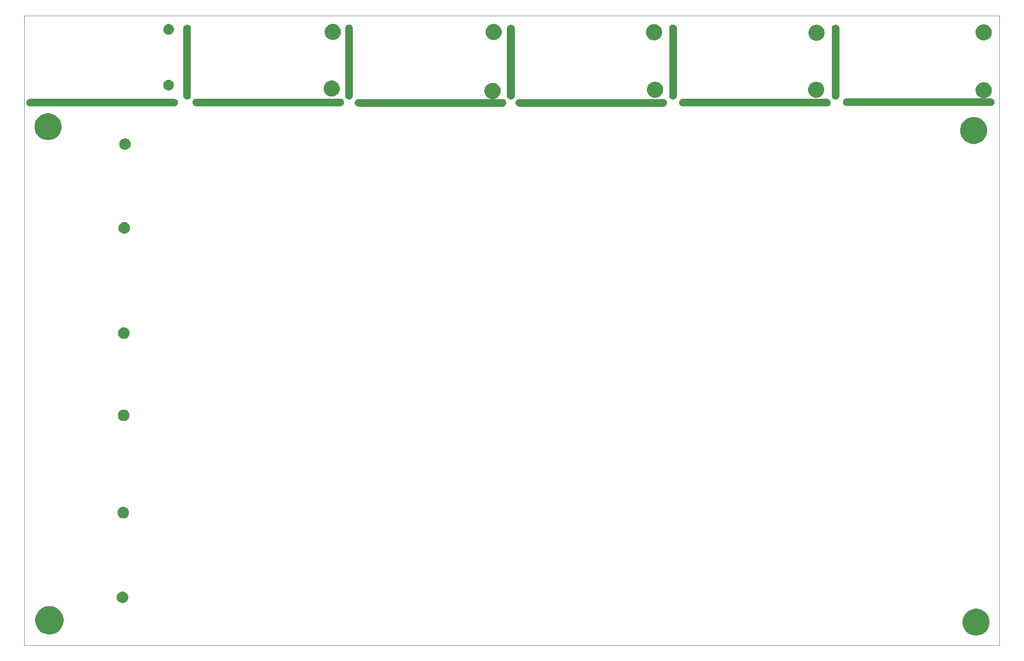
<source format=gbr>
%TF.GenerationSoftware,Altium Limited,Altium Designer,21.6.4 (81)*%
G04 Layer_Color=0*
%FSLAX45Y45*%
%MOMM*%
%TF.SameCoordinates,3325C277-0099-4954-8EFE-43F743DDDD4B*%
%TF.FilePolarity,Positive*%
%TF.FileFunction,Profile,NP*%
%TF.Part,Single*%
G01*
G75*
%TA.AperFunction,Profile*%
%ADD94C,0.02540*%
G36*
X21642786Y16054134D02*
X24356059Y16054134D01*
X24365581D01*
X24383975Y16059062D01*
X24400467Y16068584D01*
X24413933Y16082050D01*
X24423454Y16098541D01*
X24428383Y16116934D01*
Y16135979D01*
X24423454Y16154372D01*
X24413933Y16170863D01*
X24400467Y16184329D01*
X24383975Y16193851D01*
X24365581Y16198779D01*
X24356059D01*
Y16198779D01*
X21643013Y16198772D01*
X21633482Y16198802D01*
X21615057Y16193922D01*
X21598524Y16184435D01*
X21585014Y16170988D01*
X21575449Y16154501D01*
X21570480Y16136098D01*
X21570451Y16117036D01*
X21575362Y16098618D01*
X21584874Y16082100D01*
X21598341Y16068613D01*
X21614845Y16059071D01*
X21633255Y16054134D01*
X21642786Y16054134D01*
D01*
D02*
G37*
G36*
X18554146Y16043974D02*
X21267419Y16043973D01*
X21276941D01*
X21295335Y16048901D01*
X21311827Y16058423D01*
X21325293Y16071889D01*
X21334814Y16088380D01*
X21339743Y16106773D01*
Y16125818D01*
X21334814Y16144212D01*
X21325293Y16160704D01*
X21311827Y16174168D01*
X21295335Y16183690D01*
X21276941Y16188618D01*
X21267419D01*
Y16188618D01*
X18554373Y16188612D01*
X18544843Y16188641D01*
X18526418Y16183762D01*
X18509885Y16174275D01*
X18496375Y16160828D01*
X18486809Y16144341D01*
X18481841Y16125938D01*
X18481812Y16106876D01*
X18486720Y16088458D01*
X18496234Y16071941D01*
X18509702Y16058450D01*
X18526205Y16048912D01*
X18544615Y16043974D01*
X18554146Y16043974D01*
D01*
D02*
G37*
G36*
X15468047Y16041434D02*
X18181320Y16041434D01*
X18190842D01*
X18209235Y16046362D01*
X18225726Y16055882D01*
X18239194Y16069350D01*
X18248714Y16085841D01*
X18253642Y16104234D01*
Y16123277D01*
X18248714Y16141672D01*
X18239194Y16158163D01*
X18225726Y16171629D01*
X18209235Y16181149D01*
X18190842Y16186079D01*
X18181320D01*
Y16186079D01*
X15468272Y16186072D01*
X15458743Y16186102D01*
X15440317Y16181223D01*
X15423784Y16171735D01*
X15410274Y16158289D01*
X15400710Y16141801D01*
X15395741Y16123398D01*
X15395711Y16104337D01*
X15400621Y16085918D01*
X15410133Y16069400D01*
X15423602Y16055911D01*
X15440105Y16046371D01*
X15458514Y16041434D01*
X15468047Y16041434D01*
D01*
D02*
G37*
G36*
X12437826D02*
X15151100Y16041434D01*
X15160622D01*
X15179015Y16046362D01*
X15195506Y16055882D01*
X15208974Y16069350D01*
X15218494Y16085841D01*
X15223422Y16104234D01*
Y16123277D01*
X15218494Y16141672D01*
X15208974Y16158163D01*
X15195506Y16171629D01*
X15179015Y16181149D01*
X15160622Y16186079D01*
X15151100D01*
Y16186079D01*
X12438053Y16186072D01*
X12428523Y16186102D01*
X12410097Y16181223D01*
X12393564Y16171735D01*
X12380054Y16158289D01*
X12370489Y16141801D01*
X12365521Y16123398D01*
X12365491Y16104337D01*
X12370401Y16085918D01*
X12379914Y16069400D01*
X12393382Y16055911D01*
X12409885Y16046371D01*
X12428295Y16041434D01*
X12437826Y16041434D01*
D01*
D02*
G37*
G36*
X9374586Y16049054D02*
X12087860Y16049052D01*
X12097381D01*
X12115775Y16053983D01*
X12132267Y16063503D01*
X12145733Y16076968D01*
X12155254Y16093462D01*
X12160183Y16111855D01*
Y16130898D01*
X12155254Y16149292D01*
X12145733Y16165784D01*
X12132267Y16179250D01*
X12115775Y16188770D01*
X12097381Y16193700D01*
X12087860D01*
Y16193700D01*
X9374813Y16193692D01*
X9365283Y16193723D01*
X9346857Y16188841D01*
X9330324Y16179355D01*
X9316814Y16165907D01*
X9307249Y16149422D01*
X9302281Y16131018D01*
X9302251Y16111955D01*
X9307161Y16093538D01*
X9316674Y16077020D01*
X9330142Y16063531D01*
X9346645Y16053992D01*
X9365055Y16049054D01*
X9374586Y16049054D01*
D01*
D02*
G37*
G36*
X8854440Y17400600D02*
X8844591D01*
X8825271Y17404443D01*
X8807072Y17411981D01*
X8790694Y17422925D01*
X8776765Y17436855D01*
X8765821Y17453232D01*
X8758283Y17471431D01*
X8754440Y17490752D01*
Y17500600D01*
Y17510449D01*
X8758283Y17529768D01*
X8765821Y17547968D01*
X8776765Y17564346D01*
X8790694Y17578275D01*
X8807072Y17589220D01*
X8825271Y17596758D01*
X8844591Y17600600D01*
X8854440D01*
X8864289D01*
X8883609Y17596758D01*
X8901808Y17589220D01*
X8918186Y17578275D01*
X8932115Y17564346D01*
X8943059Y17547968D01*
X8950597Y17529768D01*
X8954440Y17510449D01*
Y17500600D01*
Y17490752D01*
X8950597Y17471431D01*
X8943059Y17453232D01*
X8932115Y17436855D01*
X8918186Y17422925D01*
X8901808Y17411981D01*
X8883609Y17404443D01*
X8864289Y17400600D01*
X8854440D01*
D01*
D02*
G37*
G36*
X6243321Y16045290D02*
X8956595Y16045288D01*
X8966116D01*
X8984510Y16050217D01*
X9001002Y16059738D01*
X9014467Y16073204D01*
X9023989Y16089696D01*
X9028918Y16108089D01*
Y16127133D01*
X9023989Y16145528D01*
X9014467Y16162018D01*
X9001002Y16175484D01*
X8984510Y16185005D01*
X8966116Y16189934D01*
X8956595D01*
Y16189934D01*
X6243548Y16189928D01*
X6234018Y16189957D01*
X6215591Y16185077D01*
X6199059Y16175591D01*
X6185549Y16162143D01*
X6175983Y16145656D01*
X6171016Y16127254D01*
X6170986Y16108191D01*
X6175895Y16089774D01*
X6185409Y16073254D01*
X6198877Y16059766D01*
X6215379Y16050227D01*
X6233790Y16045290D01*
X6243321Y16045290D01*
D01*
D02*
G37*
G36*
X8854440Y17400600D02*
X8844591D01*
X8825271Y17404443D01*
X8807072Y17411981D01*
X8790694Y17422925D01*
X8776765Y17436855D01*
X8765821Y17453232D01*
X8758283Y17471431D01*
X8754440Y17490752D01*
Y17500600D01*
Y17510449D01*
X8758283Y17529768D01*
X8765821Y17547968D01*
X8776765Y17564346D01*
X8790694Y17578275D01*
X8807072Y17589220D01*
X8825271Y17596758D01*
X8844591Y17600600D01*
X8854440D01*
X8864289D01*
X8883609Y17596758D01*
X8901808Y17589220D01*
X8918186Y17578275D01*
X8932115Y17564346D01*
X8943059Y17547968D01*
X8950597Y17529768D01*
X8954440Y17510449D01*
Y17500600D01*
Y17490752D01*
X8950597Y17471431D01*
X8943059Y17453232D01*
X8932115Y17436855D01*
X8918186Y17422925D01*
X8901808Y17411981D01*
X8883609Y17404443D01*
X8864289Y17400600D01*
X8854440D01*
D01*
D02*
G37*
G36*
X8851900Y16346500D02*
X8842051D01*
X8822731Y16350343D01*
X8804532Y16357881D01*
X8788154Y16368825D01*
X8774225Y16382755D01*
X8763281Y16399132D01*
X8755743Y16417331D01*
X8751900Y16436652D01*
Y16446500D01*
Y16456349D01*
X8755743Y16475668D01*
X8763281Y16493867D01*
X8774225Y16510246D01*
X8788154Y16524174D01*
X8804532Y16535120D01*
X8822731Y16542657D01*
X8842051Y16546500D01*
X8851900D01*
X8861749D01*
X8881069Y16542657D01*
X8899268Y16535120D01*
X8915646Y16524174D01*
X8929575Y16510246D01*
X8940519Y16493867D01*
X8948057Y16475668D01*
X8951900Y16456349D01*
Y16446500D01*
Y16436652D01*
X8948057Y16417331D01*
X8940519Y16399132D01*
X8929575Y16382755D01*
X8915646Y16368825D01*
X8899268Y16357881D01*
X8881069Y16350343D01*
X8861749Y16346500D01*
X8851900D01*
D01*
D02*
G37*
G36*
X24225481Y16198399D02*
X24210471D01*
X24181029Y16204256D01*
X24153293Y16215744D01*
X24128333Y16232422D01*
X24107104Y16253648D01*
X24090427Y16278610D01*
X24078938Y16306345D01*
X24073080Y16335789D01*
Y16350800D01*
Y16365810D01*
X24078938Y16395251D01*
X24090427Y16422987D01*
X24107104Y16447948D01*
X24128333Y16469176D01*
X24153293Y16485854D01*
X24181029Y16497342D01*
X24210471Y16503198D01*
X24225481D01*
X24240491D01*
X24269936Y16497342D01*
X24297670Y16485854D01*
X24322630Y16469176D01*
X24343858Y16447948D01*
X24360536Y16422987D01*
X24372025Y16395251D01*
X24377881Y16365810D01*
Y16350800D01*
Y16335789D01*
X24372025Y16306345D01*
X24360536Y16278610D01*
X24343858Y16253648D01*
X24322630Y16232422D01*
X24297670Y16215744D01*
X24269936Y16204256D01*
X24240491Y16198399D01*
X24225481D01*
D01*
D02*
G37*
G36*
Y17290599D02*
X24210471D01*
X24181029Y17296455D01*
X24153293Y17307944D01*
X24128333Y17324622D01*
X24107104Y17345850D01*
X24090427Y17370810D01*
X24078938Y17398544D01*
X24073080Y17427989D01*
Y17442999D01*
Y17458009D01*
X24078938Y17487453D01*
X24090427Y17515187D01*
X24107104Y17540147D01*
X24128333Y17561375D01*
X24153293Y17578053D01*
X24181029Y17589542D01*
X24210471Y17595399D01*
X24225481D01*
X24240491D01*
X24269936Y17589542D01*
X24297670Y17578053D01*
X24322630Y17561375D01*
X24343858Y17540147D01*
X24360536Y17515187D01*
X24372025Y17487453D01*
X24377881Y17458009D01*
Y17442999D01*
Y17427989D01*
X24372025Y17398544D01*
X24360536Y17370810D01*
X24343858Y17345850D01*
X24322630Y17324622D01*
X24297670Y17307944D01*
X24269936Y17296455D01*
X24240491Y17290599D01*
X24225481D01*
D01*
D02*
G37*
G36*
X21065721Y16208559D02*
X21050711D01*
X21021268Y16214415D01*
X20993533Y16225903D01*
X20968571Y16242583D01*
X20947343Y16263809D01*
X20930666Y16288770D01*
X20919177Y16316505D01*
X20913321Y16345949D01*
Y16360959D01*
Y16375969D01*
X20919177Y16405412D01*
X20930666Y16433147D01*
X20947343Y16458109D01*
X20968571Y16479337D01*
X20993533Y16496014D01*
X21021268Y16507503D01*
X21050711Y16513359D01*
X21065721D01*
X21080731D01*
X21110175Y16507503D01*
X21137910Y16496014D01*
X21162871Y16479337D01*
X21184097Y16458109D01*
X21200777Y16433147D01*
X21212265Y16405412D01*
X21218121Y16375969D01*
Y16360959D01*
Y16345949D01*
X21212265Y16316505D01*
X21200777Y16288770D01*
X21184097Y16263809D01*
X21162871Y16242583D01*
X21137910Y16225903D01*
X21110175Y16214415D01*
X21080731Y16208559D01*
X21065721D01*
D01*
D02*
G37*
G36*
X21073341Y17282979D02*
X21058331D01*
X21028888Y17288835D01*
X21001154Y17300323D01*
X20976192Y17317001D01*
X20954964Y17338229D01*
X20938286Y17363190D01*
X20926797Y17390926D01*
X20920941Y17420369D01*
Y17435379D01*
Y17450389D01*
X20926797Y17479832D01*
X20938286Y17507567D01*
X20954964Y17532529D01*
X20976192Y17553757D01*
X21001154Y17570435D01*
X21028888Y17581921D01*
X21058331Y17587779D01*
X21073341D01*
X21088351D01*
X21117795Y17581921D01*
X21145531Y17570435D01*
X21170491Y17553757D01*
X21191718Y17532529D01*
X21208395Y17507567D01*
X21219885Y17479832D01*
X21225742Y17450389D01*
Y17435379D01*
Y17420369D01*
X21219885Y17390926D01*
X21208395Y17363190D01*
X21191718Y17338229D01*
X21170491Y17317001D01*
X21145531Y17300323D01*
X21117795Y17288835D01*
X21088351Y17282979D01*
X21073341D01*
D01*
D02*
G37*
G36*
X18027881Y16208559D02*
X18012871D01*
X17983427Y16214415D01*
X17955693Y16225903D01*
X17930733Y16242583D01*
X17909505Y16263809D01*
X17892825Y16288770D01*
X17881339Y16316505D01*
X17875481Y16345949D01*
Y16360959D01*
Y16375969D01*
X17881339Y16405412D01*
X17892825Y16433147D01*
X17909505Y16458109D01*
X17930733Y16479337D01*
X17955693Y16496014D01*
X17983427Y16507503D01*
X18012871Y16513359D01*
X18027881D01*
X18042891D01*
X18072334Y16507503D01*
X18100070Y16496014D01*
X18125031Y16479337D01*
X18146259Y16458109D01*
X18162936Y16433147D01*
X18174425Y16405412D01*
X18180281Y16375969D01*
Y16360959D01*
Y16345949D01*
X18174425Y16316505D01*
X18162936Y16288770D01*
X18146259Y16263809D01*
X18125031Y16242583D01*
X18100070Y16225903D01*
X18072334Y16214415D01*
X18042891Y16208559D01*
X18027881D01*
D01*
D02*
G37*
G36*
X18007561Y17293140D02*
X17992551D01*
X17963107Y17298994D01*
X17935373Y17310484D01*
X17910413Y17327162D01*
X17889185Y17348389D01*
X17872507Y17373351D01*
X17861018Y17401085D01*
X17855161Y17430528D01*
Y17445538D01*
Y17460548D01*
X17861018Y17489992D01*
X17872507Y17517728D01*
X17889185Y17542688D01*
X17910413Y17563916D01*
X17935373Y17580594D01*
X17963107Y17592082D01*
X17992551Y17597939D01*
X18007561D01*
X18022571D01*
X18052016Y17592082D01*
X18079750Y17580594D01*
X18104710Y17563916D01*
X18125938Y17542688D01*
X18142616Y17517728D01*
X18154105Y17489992D01*
X18159961Y17460548D01*
Y17445538D01*
Y17430528D01*
X18154105Y17401085D01*
X18142616Y17373351D01*
X18125938Y17348389D01*
X18104710Y17327162D01*
X18079750Y17310484D01*
X18052016Y17298994D01*
X18022571Y17293140D01*
X18007561D01*
D01*
D02*
G37*
G36*
X14964641Y16185699D02*
X14949631D01*
X14920187Y16191554D01*
X14892453Y16203044D01*
X14867493Y16219722D01*
X14846265Y16240948D01*
X14829585Y16265910D01*
X14818098Y16293645D01*
X14812241Y16323090D01*
Y16338100D01*
Y16353110D01*
X14818098Y16382552D01*
X14829585Y16410287D01*
X14846265Y16435248D01*
X14867493Y16456476D01*
X14892453Y16473154D01*
X14920187Y16484642D01*
X14949631Y16490498D01*
X14964641D01*
X14979651D01*
X15009094Y16484642D01*
X15036830Y16473154D01*
X15061790Y16456476D01*
X15083018Y16435248D01*
X15099696Y16410287D01*
X15111185Y16382552D01*
X15117041Y16353110D01*
Y16338100D01*
Y16323090D01*
X15111185Y16293645D01*
X15099696Y16265910D01*
X15083018Y16240948D01*
X15061790Y16219722D01*
X15036830Y16203044D01*
X15009094Y16191554D01*
X14979651Y16185699D01*
X14964641D01*
D01*
D02*
G37*
G36*
X14982420Y17295679D02*
X14967410D01*
X14937968Y17301535D01*
X14910233Y17313023D01*
X14885272Y17329703D01*
X14864044Y17350929D01*
X14847366Y17375890D01*
X14835878Y17403625D01*
X14830022Y17433069D01*
Y17448079D01*
Y17463089D01*
X14835878Y17492532D01*
X14847366Y17520267D01*
X14864044Y17545229D01*
X14885272Y17566457D01*
X14910233Y17583134D01*
X14937968Y17594621D01*
X14967410Y17600479D01*
X14982420D01*
X14997430D01*
X15026875Y17594621D01*
X15054610Y17583134D01*
X15079572Y17566457D01*
X15100798Y17545229D01*
X15117476Y17520267D01*
X15128966Y17492532D01*
X15134821Y17463089D01*
Y17448079D01*
Y17433069D01*
X15128966Y17403625D01*
X15117476Y17375890D01*
X15100798Y17350929D01*
X15079572Y17329703D01*
X15054610Y17313023D01*
X15026875Y17301535D01*
X14997430Y17295679D01*
X14982420D01*
D01*
D02*
G37*
G36*
X11929341Y16228879D02*
X11914331D01*
X11884888Y16234735D01*
X11857153Y16246223D01*
X11832192Y16262901D01*
X11810964Y16284129D01*
X11794286Y16309090D01*
X11782798Y16336826D01*
X11776941Y16366269D01*
Y16381279D01*
Y16396289D01*
X11782798Y16425732D01*
X11794286Y16453467D01*
X11810964Y16478429D01*
X11832192Y16499657D01*
X11857153Y16516335D01*
X11884888Y16527821D01*
X11914331Y16533679D01*
X11929341D01*
X11944351D01*
X11973795Y16527821D01*
X12001530Y16516335D01*
X12026491Y16499657D01*
X12047718Y16478429D01*
X12064396Y16453467D01*
X12075885Y16425732D01*
X12081741Y16396289D01*
Y16381279D01*
Y16366269D01*
X12075885Y16336826D01*
X12064396Y16309090D01*
X12047718Y16284129D01*
X12026491Y16262901D01*
X12001530Y16246223D01*
X11973795Y16234735D01*
X11944351Y16228879D01*
X11929341D01*
D01*
D02*
G37*
G36*
X11949661Y17298219D02*
X11934651D01*
X11905208Y17304076D01*
X11877473Y17315564D01*
X11852512Y17332242D01*
X11831284Y17353468D01*
X11814606Y17378430D01*
X11803118Y17406165D01*
X11797261Y17435609D01*
Y17450620D01*
Y17465630D01*
X11803118Y17495071D01*
X11814606Y17522807D01*
X11831284Y17547768D01*
X11852512Y17568996D01*
X11877473Y17585674D01*
X11905208Y17597162D01*
X11934651Y17603020D01*
X11949661D01*
X11964671D01*
X11994115Y17597162D01*
X12021850Y17585674D01*
X12046811Y17568996D01*
X12068038Y17547768D01*
X12084716Y17522807D01*
X12096205Y17495071D01*
X12102061Y17465630D01*
Y17450620D01*
Y17435609D01*
X12096205Y17406165D01*
X12084716Y17378430D01*
X12068038Y17353468D01*
X12046811Y17332242D01*
X12021850Y17315564D01*
X11994115Y17304076D01*
X11964671Y17298219D01*
X11949661D01*
D01*
D02*
G37*
G36*
X21359422Y16245316D02*
X21359309Y17515895D01*
Y17525426D01*
X21364247Y17543835D01*
X21373787Y17560339D01*
X21387276Y17573807D01*
X21403793Y17583321D01*
X21422212Y17588229D01*
X21441273Y17588199D01*
X21459676Y17583232D01*
X21476163Y17573666D01*
X21489610Y17560156D01*
X21499097Y17543623D01*
X21503976Y17525197D01*
X21503947Y17515668D01*
X21503947Y17515668D01*
X21504062Y16245316D01*
Y16235794D01*
X21499133Y16217401D01*
X21489613Y16200909D01*
X21476147Y16187445D01*
X21459657Y16177924D01*
X21441264Y16172997D01*
X21422221D01*
X21403828Y16177924D01*
X21387337Y16187445D01*
X21373872Y16200909D01*
X21364352Y16217401D01*
X21359422Y16235794D01*
Y16245316D01*
D01*
D02*
G37*
G36*
X18293643Y16247855D02*
X18293529Y17518436D01*
Y17527966D01*
X18298466Y17546376D01*
X18308006Y17562878D01*
X18321497Y17576347D01*
X18338013Y17585860D01*
X18356432Y17590768D01*
X18375493Y17590739D01*
X18393896Y17585773D01*
X18410384Y17576205D01*
X18423830Y17562695D01*
X18433318Y17546162D01*
X18438197Y17527737D01*
X18438167Y17518207D01*
X18438168Y17518207D01*
X18438281Y16247855D01*
Y16238335D01*
X18433354Y16219942D01*
X18423833Y16203450D01*
X18410368Y16189986D01*
X18393877Y16180464D01*
X18375484Y16175536D01*
X18356442D01*
X18338048Y16180464D01*
X18321558Y16189986D01*
X18308093Y16203450D01*
X18298572Y16219942D01*
X18293643Y16238335D01*
Y16247855D01*
D01*
D02*
G37*
G36*
X15235483Y16245316D02*
X15235368Y17515895D01*
Y17525426D01*
X15240308Y17543837D01*
X15249847Y17560339D01*
X15263336Y17573807D01*
X15279854Y17583321D01*
X15298273Y17588229D01*
X15317332Y17588200D01*
X15335736Y17583232D01*
X15352225Y17573666D01*
X15365669Y17560156D01*
X15375157Y17543623D01*
X15380038Y17525197D01*
X15380006Y17515668D01*
X15380008Y17515668D01*
X15380122Y16245316D01*
Y16235794D01*
X15375194Y16217401D01*
X15365672Y16200909D01*
X15352208Y16187445D01*
X15335716Y16177924D01*
X15317323Y16172997D01*
X15298282D01*
X15279887Y16177924D01*
X15263397Y16187445D01*
X15249933Y16200909D01*
X15240411Y16217401D01*
X15235483Y16235794D01*
Y16245316D01*
D01*
D02*
G37*
G36*
X12182911Y16247855D02*
X12182797Y17518434D01*
Y17527965D01*
X12187735Y17546375D01*
X12197274Y17562878D01*
X12210763Y17576346D01*
X12227281Y17585860D01*
X12245699Y17590768D01*
X12264761Y17590738D01*
X12283164Y17585771D01*
X12299651Y17576205D01*
X12313098Y17562695D01*
X12322585Y17546162D01*
X12327465Y17527736D01*
X12327435Y17518205D01*
X12327435Y17518205D01*
X12327549Y16247855D01*
Y16238333D01*
X12322621Y16219940D01*
X12313100Y16203448D01*
X12299635Y16189984D01*
X12283144Y16180463D01*
X12264751Y16175536D01*
X12245709D01*
X12227316Y16180463D01*
X12210825Y16189984D01*
X12197360Y16203448D01*
X12187839Y16219940D01*
X12182911Y16238333D01*
Y16247855D01*
D01*
D02*
G37*
G36*
X9130593Y16245316D02*
X9130479Y17515895D01*
Y17525426D01*
X9135417Y17543837D01*
X9144957Y17560339D01*
X9158446Y17573807D01*
X9174964Y17583321D01*
X9193382Y17588229D01*
X9212443Y17588200D01*
X9230846Y17583232D01*
X9247334Y17573666D01*
X9260780Y17560156D01*
X9270267Y17543623D01*
X9275148Y17525197D01*
X9275117Y17515668D01*
X9275118Y17515668D01*
X9275232Y16245316D01*
Y16235794D01*
X9270304Y16217401D01*
X9260783Y16200909D01*
X9247318Y16187445D01*
X9230827Y16177924D01*
X9212434Y16172997D01*
X9193392D01*
X9174998Y16177924D01*
X9158507Y16187445D01*
X9145043Y16200909D01*
X9135522Y16217401D01*
X9130593Y16235794D01*
Y16245316D01*
D01*
D02*
G37*
G36*
X23827740Y6314440D02*
Y6289423D01*
X23837502Y6240351D01*
X23856648Y6194126D01*
X23884445Y6152524D01*
X23919824Y6117145D01*
X23961426Y6089348D01*
X24007651Y6070201D01*
X24056723Y6060440D01*
X24081740D01*
X24106757D01*
X24155829Y6070201D01*
X24202054Y6089348D01*
X24243655Y6117145D01*
X24279034Y6152524D01*
X24306831Y6194126D01*
X24325980Y6240351D01*
X24335741Y6289423D01*
Y6314440D01*
Y6339457D01*
X24325980Y6388529D01*
X24306831Y6434754D01*
X24279034Y6476355D01*
X24243655Y6511735D01*
X24202054Y6539532D01*
X24155829Y6558679D01*
X24106757Y6568440D01*
X24081740D01*
X24056723D01*
X24007651Y6558679D01*
X23961426Y6539532D01*
X23919824Y6511735D01*
X23884445Y6476355D01*
X23856648Y6434754D01*
X23837502Y6388529D01*
X23827740Y6339457D01*
Y6314440D01*
D01*
D02*
G37*
G36*
X23782021Y15593060D02*
Y15568044D01*
X23791782Y15518971D01*
X23810928Y15472746D01*
X23838725Y15431145D01*
X23874104Y15395766D01*
X23915706Y15367969D01*
X23961931Y15348820D01*
X24011003Y15339059D01*
X24036020D01*
X24061037D01*
X24110109Y15348820D01*
X24156334Y15367969D01*
X24197935Y15395766D01*
X24233315Y15431145D01*
X24261111Y15472746D01*
X24280260Y15518971D01*
X24290021Y15568044D01*
Y15593060D01*
Y15618077D01*
X24280260Y15667149D01*
X24261111Y15713374D01*
X24233315Y15754974D01*
X24197935Y15790355D01*
X24156334Y15818152D01*
X24110109Y15837299D01*
X24061037Y15847060D01*
X24036020D01*
X24011003D01*
X23961931Y15837299D01*
X23915706Y15818152D01*
X23874104Y15790355D01*
X23838725Y15754974D01*
X23810928Y15713374D01*
X23791782Y15667149D01*
X23782021Y15618077D01*
Y15593060D01*
D01*
D02*
G37*
G36*
X7888043Y8381334D02*
Y8370573D01*
X7892241Y8349466D01*
X7900476Y8329584D01*
X7912432Y8311691D01*
X7927650Y8296474D01*
X7945543Y8284518D01*
X7965425Y8276282D01*
X7986532Y8272084D01*
X7997292D01*
X8008052D01*
X8029159Y8276282D01*
X8049041Y8284518D01*
X8066934Y8296474D01*
X8082151Y8311691D01*
X8094108Y8329584D01*
X8102343Y8349466D01*
X8106542Y8370573D01*
Y8381334D01*
Y8392093D01*
X8102343Y8413200D01*
X8094108Y8433082D01*
X8082151Y8450976D01*
X8066934Y8466193D01*
X8049041Y8478149D01*
X8029159Y8486384D01*
X8008052Y8490583D01*
X7997292D01*
X7986532D01*
X7965425Y8486384D01*
X7945543Y8478149D01*
X7927650Y8466193D01*
X7912432Y8450976D01*
X7900476Y8433082D01*
X7892241Y8413200D01*
X7888043Y8392093D01*
Y8381334D01*
D01*
D02*
G37*
G36*
X7895663Y10217754D02*
Y10206993D01*
X7899861Y10185886D01*
X7908096Y10166004D01*
X7920052Y10148111D01*
X7935270Y10132894D01*
X7953163Y10120938D01*
X7973045Y10112702D01*
X7994152Y10108504D01*
X8004912D01*
X8015672D01*
X8036779Y10112702D01*
X8056661Y10120938D01*
X8074554Y10132894D01*
X8089771Y10148111D01*
X8101728Y10166004D01*
X8109963Y10185886D01*
X8114162Y10206993D01*
Y10217754D01*
Y10228513D01*
X8109963Y10249620D01*
X8101728Y10269502D01*
X8089771Y10287396D01*
X8074554Y10302613D01*
X8056661Y10314569D01*
X8036779Y10322804D01*
X8015672Y10327003D01*
X8004912D01*
X7994152D01*
X7973045Y10322804D01*
X7953163Y10314569D01*
X7935270Y10302613D01*
X7920052Y10287396D01*
X7908096Y10269502D01*
X7899861Y10249620D01*
X7895663Y10228513D01*
Y10217754D01*
D01*
D02*
G37*
G36*
X7872803Y6783674D02*
Y6772913D01*
X7877001Y6751806D01*
X7885236Y6731924D01*
X7897192Y6714031D01*
X7912410Y6698814D01*
X7930303Y6686858D01*
X7950185Y6678622D01*
X7971292Y6674424D01*
X7982052D01*
X7992812D01*
X8013919Y6678622D01*
X8033801Y6686858D01*
X8051694Y6698814D01*
X8066911Y6714031D01*
X8078868Y6731924D01*
X8087103Y6751806D01*
X8091302Y6772913D01*
Y6783674D01*
Y6794433D01*
X8087103Y6815540D01*
X8078868Y6835422D01*
X8066911Y6853316D01*
X8051694Y6868533D01*
X8033801Y6880489D01*
X8013919Y6888724D01*
X7992812Y6892923D01*
X7982052D01*
X7971292D01*
X7950185Y6888724D01*
X7930303Y6880489D01*
X7912410Y6868533D01*
X7897192Y6853316D01*
X7885236Y6835422D01*
X7877001Y6815540D01*
X7872803Y6794433D01*
Y6783674D01*
D01*
D02*
G37*
G36*
X7898203Y11769694D02*
Y11758933D01*
X7902401Y11737826D01*
X7910636Y11717944D01*
X7922592Y11700051D01*
X7937810Y11684834D01*
X7955703Y11672878D01*
X7975585Y11664642D01*
X7996692Y11660444D01*
X8007452D01*
X8018212D01*
X8039319Y11664642D01*
X8059201Y11672878D01*
X8077094Y11684834D01*
X8092311Y11700051D01*
X8104268Y11717944D01*
X8112503Y11737826D01*
X8116702Y11758933D01*
Y11769694D01*
Y11780453D01*
X8112503Y11801560D01*
X8104268Y11821442D01*
X8092311Y11839336D01*
X8077094Y11854553D01*
X8059201Y11866509D01*
X8039319Y11874744D01*
X8018212Y11878943D01*
X8007452D01*
X7996692D01*
X7975585Y11874744D01*
X7955703Y11866509D01*
X7937810Y11854553D01*
X7922592Y11839336D01*
X7910636Y11821442D01*
X7902401Y11801560D01*
X7898203Y11780453D01*
Y11769694D01*
D01*
D02*
G37*
G36*
X7921063Y15335854D02*
Y15325093D01*
X7925261Y15303986D01*
X7933496Y15284103D01*
X7945452Y15266211D01*
X7960670Y15250993D01*
X7978563Y15239038D01*
X7998445Y15230801D01*
X8019552Y15226604D01*
X8030312D01*
X8041072D01*
X8062179Y15230801D01*
X8082061Y15239038D01*
X8099954Y15250993D01*
X8115171Y15266211D01*
X8127128Y15284103D01*
X8135363Y15303986D01*
X8139562Y15325093D01*
Y15335854D01*
Y15346613D01*
X8135363Y15367720D01*
X8127128Y15387602D01*
X8115171Y15405496D01*
X8099954Y15420712D01*
X8082061Y15432669D01*
X8062179Y15440904D01*
X8041072Y15445103D01*
X8030312D01*
X8019552D01*
X7998445Y15440904D01*
X7978563Y15432669D01*
X7960670Y15420712D01*
X7945452Y15405496D01*
X7933496Y15387602D01*
X7925261Y15367720D01*
X7921063Y15346613D01*
Y15335854D01*
D01*
D02*
G37*
G36*
X6578600Y15407640D02*
X6553583D01*
X6504511Y15417401D01*
X6458286Y15436548D01*
X6416684Y15464345D01*
X6381305Y15499724D01*
X6353508Y15541325D01*
X6334361Y15587550D01*
X6324600Y15636623D01*
Y15661639D01*
Y15686658D01*
X6334361Y15735728D01*
X6353508Y15781953D01*
X6381305Y15823555D01*
X6416684Y15858936D01*
X6458286Y15886732D01*
X6504511Y15905879D01*
X6553583Y15915640D01*
X6578600D01*
X6603617D01*
X6652689Y15905879D01*
X6698914Y15886732D01*
X6740515Y15858936D01*
X6775894Y15823555D01*
X6803692Y15781953D01*
X6822839Y15735728D01*
X6832600Y15686658D01*
Y15661639D01*
Y15636623D01*
X6822839Y15587550D01*
X6803692Y15541325D01*
X6775894Y15499724D01*
X6740515Y15464345D01*
X6698914Y15436548D01*
X6652689Y15417401D01*
X6603617Y15407640D01*
X6578600D01*
D01*
D02*
G37*
G36*
X6336998Y6350000D02*
Y6332500D01*
X6341566Y6297798D01*
X6350625Y6263991D01*
X6364019Y6231654D01*
X6381519Y6201343D01*
X6402826Y6173575D01*
X6427575Y6148826D01*
X6455343Y6127519D01*
X6485654Y6110019D01*
X6517991Y6096625D01*
X6551798Y6087566D01*
X6586500Y6082998D01*
X6604000D01*
X6621500D01*
X6656201Y6087566D01*
X6690009Y6096625D01*
X6722345Y6110019D01*
X6752657Y6127519D01*
X6780424Y6148826D01*
X6805174Y6173575D01*
X6826480Y6201343D01*
X6843981Y6231654D01*
X6857375Y6263991D01*
X6866434Y6297798D01*
X6871002Y6332500D01*
Y6350000D01*
Y6367500D01*
X6866434Y6402201D01*
X6857375Y6436009D01*
X6843981Y6468345D01*
X6826480Y6498657D01*
X6805174Y6526424D01*
X6780424Y6551174D01*
X6752657Y6572480D01*
X6722345Y6589981D01*
X6690009Y6603375D01*
X6656201Y6612434D01*
X6621500Y6617002D01*
X6604000D01*
X6586500D01*
X6551798Y6612434D01*
X6517991Y6603375D01*
X6485654Y6589981D01*
X6455343Y6572480D01*
X6427575Y6551174D01*
X6402826Y6526424D01*
X6381519Y6498657D01*
X6364019Y6468345D01*
X6350625Y6436009D01*
X6341566Y6402201D01*
X6336998Y6367500D01*
Y6350000D01*
D01*
D02*
G37*
G36*
X7906991Y13754100D02*
Y13743340D01*
X7911189Y13722234D01*
X7919424Y13702351D01*
X7931380Y13684457D01*
X7946598Y13669240D01*
X7964491Y13657285D01*
X7984373Y13649049D01*
X8005480Y13644852D01*
X8016240D01*
X8027000D01*
X8048107Y13649049D01*
X8067989Y13657285D01*
X8085882Y13669240D01*
X8101099Y13684457D01*
X8113055Y13702351D01*
X8121291Y13722234D01*
X8125489Y13743340D01*
Y13754100D01*
Y13764861D01*
X8121291Y13785966D01*
X8113055Y13805849D01*
X8101099Y13823743D01*
X8085882Y13838959D01*
X8067989Y13850916D01*
X8048107Y13859151D01*
X8027000Y13863348D01*
X8016240D01*
X8005480D01*
X7984373Y13859151D01*
X7964491Y13850916D01*
X7946598Y13838959D01*
X7931380Y13823743D01*
X7919424Y13805849D01*
X7911189Y13785966D01*
X7906991Y13764861D01*
Y13754100D01*
D01*
D02*
G37*
D94*
X6134100Y5880100D02*
Y17754601D01*
X24523700D01*
Y5880100D01*
X6134100D01*
%TF.MD5,3dc207780b72df3edbeec9680bb59682*%
M02*

</source>
